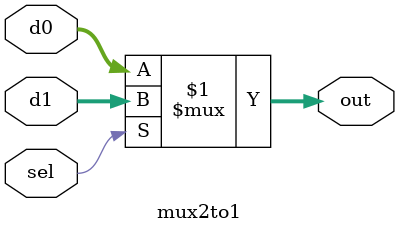
<source format=v>
module mux2to1(out,d0, d1, sel);
  parameter WIDTH=8;
  output [WIDTH-1:0] out;
  input [WIDTH-1:0] d0,d1;
  input sel;
  
  assign out=(sel)?d1:d0;
  
endmodule
</source>
